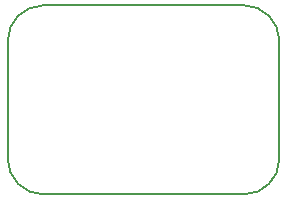
<source format=gbr>
%TF.GenerationSoftware,KiCad,Pcbnew,7.0.11*%
%TF.CreationDate,2024-08-15T23:53:52-03:00*%
%TF.ProjectId,amplifiers,616d706c-6966-4696-9572-732e6b696361,0.1*%
%TF.SameCoordinates,Original*%
%TF.FileFunction,Profile,NP*%
%FSLAX46Y46*%
G04 Gerber Fmt 4.6, Leading zero omitted, Abs format (unit mm)*
G04 Created by KiCad (PCBNEW 7.0.11) date 2024-08-15 23:53:52*
%MOMM*%
%LPD*%
G01*
G04 APERTURE LIST*
%TA.AperFunction,Profile*%
%ADD10C,0.150000*%
%TD*%
G04 APERTURE END LIST*
D10*
X141000000Y-80000000D02*
G75*
G03*
X138000000Y-83000000I0J-3000000D01*
G01*
X138000000Y-93000000D02*
G75*
G03*
X141000000Y-96000000I3000000J0D01*
G01*
X161000000Y-83000000D02*
G75*
G03*
X158000000Y-80000000I-3000000J0D01*
G01*
X141000000Y-96000000D02*
X158000000Y-96000000D01*
X158000000Y-96000000D02*
G75*
G03*
X161000000Y-93000000I0J3000000D01*
G01*
X161000000Y-83000000D02*
X161000000Y-93000000D01*
X141000000Y-80000000D02*
X158000000Y-80000000D01*
X138000000Y-83000000D02*
X138000000Y-93000000D01*
M02*

</source>
